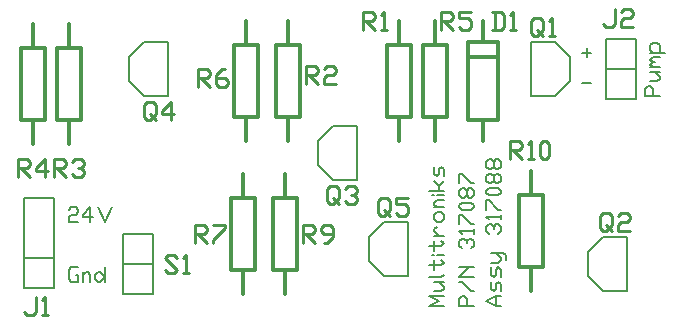
<source format=gto>
*%FSLAX23Y23*%
*%MOIN*%
G01*
%ADD11C,0.052*%
%ADD12C,0.240*%
%ADD13C,0.040*%
%ADD14C,0.062*%
%ADD15C,0.012*%
%ADD16C,0.014*%
%ADD17C,0.008*%
%ADD18C,0.070*%
%ADD19C,0.010*%
%ADD20R,0.062X0.062*%
%ADD21R,0.070X0.070*%
%ADD22O,0.060X0.040*%
D15*
X230Y680D02*
X230Y680D01*
X230Y760D01*
X190Y760D02*
X190Y760D01*
X270Y760D01*
X270Y760D02*
X270Y760D01*
X270Y1000D01*
X270Y1000D02*
X270Y1000D01*
X190Y1000D01*
X190Y1000D02*
X190Y1000D01*
X190Y760D01*
X310Y760D02*
X310Y760D01*
X390Y760D01*
X390Y760D02*
X390Y760D01*
X390Y1000D01*
X390Y1000D02*
X390Y1000D01*
X310Y1000D01*
X310Y1000D02*
X310Y1000D01*
X310Y760D01*
X350Y760D02*
X350Y760D01*
X350Y680D01*
X350Y1000D02*
X350Y1000D01*
X350Y1080D01*
X230Y1080D02*
X230Y1080D01*
X230Y1000D01*
X900Y1010D02*
X900Y1010D01*
X900Y770D01*
X900Y770D02*
X900Y770D01*
X980Y770D01*
X980Y770D02*
X980Y770D01*
X980Y1010D01*
X980Y1010D02*
X980Y1010D01*
X900Y1010D01*
X940Y1010D02*
X940Y1010D01*
X940Y1090D01*
X1040Y1010D02*
X1040Y1010D01*
X1040Y770D01*
X1040Y770D02*
X1040Y770D01*
X1120Y770D01*
X1120Y770D02*
X1120Y770D01*
X1120Y1010D01*
X1120Y1010D02*
X1120Y1010D01*
X1040Y1010D01*
X1080Y1010D02*
X1080Y1010D01*
X1080Y1090D01*
X1080Y770D02*
X1080Y770D01*
X1080Y690D01*
X1070Y580D02*
X1070Y580D01*
X1070Y500D01*
X1030Y500D02*
X1030Y500D01*
X1030Y260D01*
X1030Y260D02*
X1030Y260D01*
X1110Y260D01*
X1110Y260D02*
X1110Y260D01*
X1110Y500D01*
X1110Y500D02*
X1110Y500D01*
X1030Y500D01*
X970Y500D02*
X970Y500D01*
X970Y260D01*
X970Y260D02*
X970Y260D01*
X890Y260D01*
X890Y260D02*
X890Y260D01*
X890Y500D01*
X890Y500D02*
X890Y500D01*
X970Y500D01*
X930Y500D02*
X930Y500D01*
X930Y580D01*
X940Y690D02*
X940Y690D01*
X940Y770D01*
X1410Y770D02*
X1410Y770D01*
X1410Y1010D01*
X1410Y1010D02*
X1410Y1010D01*
X1490Y1010D01*
X1490Y1010D02*
X1490Y1010D01*
X1490Y770D01*
X1490Y770D02*
X1490Y770D01*
X1410Y770D01*
X1450Y770D02*
X1450Y770D01*
X1450Y690D01*
X1530Y770D02*
X1530Y770D01*
X1530Y1010D01*
X1530Y1010D02*
X1530Y1010D01*
X1610Y1010D01*
X1610Y1010D02*
X1610Y1010D01*
X1610Y770D01*
X1610Y770D02*
X1610Y770D01*
X1530Y770D01*
X1570Y770D02*
X1570Y770D01*
X1570Y690D01*
X1680Y760D02*
X1680Y760D01*
X1780Y760D01*
X1780Y760D02*
X1780Y760D01*
X1780Y1020D01*
X1780Y1020D02*
X1780Y1020D01*
X1680Y1020D01*
X1680Y1020D02*
X1680Y1020D01*
X1680Y760D01*
X1730Y760D02*
X1730Y760D01*
X1730Y690D01*
X1890Y590D02*
X1890Y590D01*
X1890Y510D01*
X1930Y510D02*
X1930Y510D01*
X1930Y270D01*
X1930Y270D02*
X1930Y270D01*
X1850Y270D01*
X1850Y270D02*
X1850Y270D01*
X1850Y510D01*
X1850Y510D02*
X1850Y510D01*
X1930Y510D01*
X1780Y970D02*
X1780Y970D01*
X1680Y970D01*
X1730Y1020D02*
X1730Y1020D01*
X1730Y1090D01*
X1570Y1090D02*
X1570Y1090D01*
X1570Y1010D01*
X1450Y1010D02*
X1450Y1010D01*
X1450Y1090D01*
X930Y260D02*
X930Y260D01*
X930Y180D01*
X1070Y180D02*
X1070Y180D01*
X1070Y260D01*
X1890Y270D02*
X1890Y270D01*
X1890Y190D01*
D17*
X1790Y140D02*
X1790Y140D01*
X1774Y140D01*
X1774Y140D02*
X1742Y156D01*
X1774Y172D02*
X1742Y156D01*
X1774Y172D02*
X1774Y140D01*
X1774Y172D02*
X1774Y140D01*
X1790Y172D02*
X1774Y172D01*
X1790Y188D02*
X1790Y188D01*
X1790Y212D01*
X1790Y212D02*
X1782Y220D01*
X1782Y220D02*
X1774Y212D01*
X1774Y196D02*
X1774Y212D01*
X1774Y196D02*
X1766Y188D01*
X1766Y188D02*
X1758Y196D01*
X1758Y196D02*
X1758Y220D01*
X1790Y236D02*
X1790Y236D01*
X1790Y260D01*
X1790Y260D02*
X1782Y268D01*
X1782Y268D02*
X1774Y260D01*
X1774Y244D02*
X1774Y260D01*
X1774Y244D02*
X1766Y236D01*
X1766Y236D02*
X1758Y244D01*
X1758Y244D02*
X1758Y268D01*
X1782Y284D02*
X1782Y284D01*
X1758Y284D01*
X1790Y292D02*
X1782Y284D01*
X1790Y292D02*
X1790Y300D01*
X1790Y300D02*
X1774Y316D01*
X1774Y316D02*
X1758Y316D01*
X1798Y316D02*
X1758Y316D01*
X1806Y308D02*
X1798Y316D01*
X1806Y292D02*
X1806Y308D01*
X1750Y380D02*
X1750Y380D01*
X1742Y388D01*
X1742Y388D02*
X1742Y404D01*
X1742Y404D02*
X1750Y412D01*
X1758Y412D02*
X1750Y412D01*
X1766Y404D02*
X1758Y412D01*
X1766Y396D02*
X1766Y404D01*
X1766Y396D02*
X1766Y404D01*
X1766Y404D02*
X1774Y412D01*
X1782Y412D02*
X1774Y412D01*
X1790Y404D02*
X1782Y412D01*
X1790Y388D02*
X1790Y404D01*
X1782Y380D02*
X1790Y388D01*
X1750Y428D02*
X1750Y428D01*
X1742Y436D01*
X1790Y436D02*
X1742Y436D01*
X1790Y428D02*
X1790Y436D01*
X1790Y428D02*
X1790Y444D01*
X1742Y460D02*
X1742Y460D01*
X1742Y492D01*
X1750Y492D02*
X1742Y492D01*
X1782Y460D02*
X1750Y492D01*
X1790Y460D02*
X1782Y460D01*
X1782Y508D02*
X1782Y508D01*
X1790Y516D01*
X1782Y508D02*
X1750Y508D01*
X1750Y508D02*
X1742Y516D01*
X1742Y516D02*
X1742Y524D01*
X1742Y524D02*
X1750Y532D01*
X1782Y532D02*
X1750Y532D01*
X1790Y524D02*
X1782Y532D01*
X1790Y516D02*
X1790Y524D01*
X1782Y548D02*
X1782Y548D01*
X1790Y556D01*
X1782Y548D02*
X1774Y548D01*
X1774Y548D02*
X1766Y556D01*
X1766Y556D02*
X1766Y572D01*
X1766Y572D02*
X1758Y580D01*
X1758Y580D02*
X1750Y580D01*
X1742Y572D02*
X1750Y580D01*
X1742Y556D02*
X1742Y572D01*
X1750Y548D02*
X1742Y556D01*
X1758Y548D02*
X1750Y548D01*
X1758Y548D02*
X1766Y556D01*
X1766Y556D02*
X1766Y572D01*
X1766Y572D02*
X1774Y580D01*
X1782Y580D02*
X1774Y580D01*
X1790Y572D02*
X1782Y580D01*
X1790Y556D02*
X1790Y572D01*
X1782Y596D02*
X1782Y596D01*
X1790Y604D01*
X1782Y596D02*
X1774Y596D01*
X1774Y596D02*
X1766Y604D01*
X1766Y604D02*
X1766Y620D01*
X1766Y620D02*
X1758Y628D01*
X1758Y628D02*
X1750Y628D01*
X1742Y620D02*
X1750Y628D01*
X1742Y604D02*
X1742Y620D01*
X1750Y596D02*
X1742Y604D01*
X1758Y596D02*
X1750Y596D01*
X1758Y596D02*
X1766Y604D01*
X1766Y604D02*
X1766Y620D01*
X1766Y620D02*
X1774Y628D01*
X1782Y628D02*
X1774Y628D01*
X1790Y620D02*
X1782Y628D01*
X1790Y604D02*
X1790Y620D01*
X1890Y840D02*
X1890Y840D01*
X1970Y840D01*
X1970Y840D02*
X1970Y840D01*
X2020Y890D01*
X2020Y890D02*
X2020Y890D01*
X2020Y970D01*
X2020Y970D02*
X2020Y970D01*
X1970Y1020D01*
X1970Y1020D02*
X1970Y1020D01*
X1890Y1020D01*
X1890Y1020D02*
X1890Y1020D01*
X1890Y840D01*
X2060Y884D02*
X2060Y884D01*
X2092Y884D01*
X2140Y930D02*
X2140Y930D01*
X2240Y930D01*
X2240Y830D02*
X2240Y830D01*
X2140Y830D01*
X2140Y830D02*
X2140Y830D01*
X2140Y1030D01*
X2140Y1030D02*
X2140Y1030D01*
X2240Y1030D01*
X2240Y1030D02*
X2240Y1030D01*
X2240Y830D01*
X2272Y840D02*
X2272Y840D01*
X2320Y840D01*
X2272Y840D02*
X2272Y864D01*
X2272Y864D02*
X2280Y872D01*
X2280Y872D02*
X2288Y872D01*
X2288Y872D02*
X2296Y864D01*
X2296Y840D02*
X2296Y864D01*
X2296Y840D02*
X2320Y840D01*
X2288Y888D02*
X2288Y888D01*
X2312Y888D01*
X2312Y888D02*
X2320Y896D01*
X2320Y896D02*
X2320Y904D01*
X2320Y904D02*
X2304Y920D01*
X2288Y920D02*
X2304Y920D01*
X2288Y920D02*
X2320Y920D01*
X2288Y936D02*
X2288Y936D01*
X2320Y936D01*
X2288Y936D02*
X2296Y936D01*
X2296Y936D02*
X2288Y944D01*
X2288Y944D02*
X2296Y952D01*
X2296Y952D02*
X2304Y952D01*
X2296Y952D02*
X2304Y952D01*
X2296Y952D02*
X2288Y960D01*
X2288Y960D02*
X2296Y968D01*
X2296Y968D02*
X2320Y968D01*
X2320Y984D02*
X2320Y984D01*
X2336Y984D01*
X2288Y984D02*
X2336Y984D01*
X2288Y984D02*
X2296Y984D01*
X2296Y984D02*
X2288Y992D01*
X2288Y992D02*
X2288Y1008D01*
X2288Y1008D02*
X2296Y1016D01*
X2296Y1016D02*
X2312Y1016D01*
X2320Y1008D02*
X2312Y1016D01*
X2320Y984D02*
X2320Y1008D01*
X2076Y1000D02*
X2076Y1000D01*
X2076Y968D01*
X2092Y984D02*
X2092Y984D01*
X2060Y984D01*
X2130Y370D02*
X2130Y370D01*
X2210Y370D01*
X2210Y370D02*
X2210Y370D01*
X2210Y190D01*
X2210Y190D02*
X2210Y190D01*
X2130Y190D01*
X2130Y190D02*
X2130Y190D01*
X2080Y240D01*
X2080Y240D02*
X2080Y240D01*
X2080Y320D01*
X2080Y320D02*
X2080Y320D01*
X2130Y370D01*
X1700Y140D02*
X1700Y140D01*
X1652Y140D01*
X1652Y164D02*
X1652Y140D01*
X1660Y172D02*
X1652Y164D01*
X1668Y172D02*
X1660Y172D01*
X1676Y164D02*
X1668Y172D01*
X1676Y164D02*
X1676Y140D01*
X1700Y140D02*
X1676Y140D01*
X1700Y188D02*
X1700Y188D01*
X1692Y188D01*
X1692Y188D02*
X1660Y220D01*
X1660Y220D02*
X1652Y220D01*
X1700Y236D02*
X1700Y236D01*
X1652Y236D01*
X1684Y268D02*
X1652Y236D01*
X1684Y268D02*
X1652Y268D01*
X1700Y268D02*
X1652Y268D01*
X1660Y332D02*
X1660Y332D01*
X1652Y340D01*
X1652Y356D02*
X1652Y340D01*
X1660Y364D02*
X1652Y356D01*
X1668Y364D02*
X1660Y364D01*
X1676Y356D02*
X1668Y364D01*
X1676Y356D02*
X1676Y348D01*
X1676Y356D02*
X1676Y348D01*
X1684Y364D02*
X1676Y356D01*
X1692Y364D02*
X1684Y364D01*
X1700Y356D02*
X1692Y364D01*
X1700Y356D02*
X1700Y340D01*
X1700Y340D02*
X1692Y332D01*
X1660Y380D02*
X1660Y380D01*
X1652Y388D01*
X1700Y388D02*
X1652Y388D01*
X1700Y380D02*
X1700Y388D01*
X1700Y380D02*
X1700Y396D01*
X1652Y412D02*
X1652Y412D01*
X1652Y444D01*
X1660Y444D02*
X1652Y444D01*
X1692Y412D02*
X1660Y444D01*
X1700Y412D02*
X1692Y412D01*
X1700Y468D02*
X1700Y468D01*
X1692Y460D01*
X1692Y460D02*
X1660Y460D01*
X1660Y460D02*
X1652Y468D01*
X1652Y468D02*
X1652Y476D01*
X1660Y484D02*
X1652Y476D01*
X1692Y484D02*
X1660Y484D01*
X1700Y476D02*
X1692Y484D01*
X1700Y468D02*
X1700Y476D01*
X1700Y508D02*
X1700Y508D01*
X1692Y500D01*
X1692Y500D02*
X1684Y500D01*
X1684Y500D02*
X1676Y508D01*
X1676Y508D02*
X1676Y524D01*
X1676Y524D02*
X1668Y532D01*
X1668Y532D02*
X1660Y532D01*
X1660Y532D02*
X1652Y524D01*
X1652Y508D02*
X1652Y524D01*
X1660Y500D02*
X1652Y508D01*
X1668Y500D02*
X1660Y500D01*
X1676Y508D02*
X1668Y500D01*
X1676Y508D02*
X1676Y524D01*
X1684Y532D02*
X1676Y524D01*
X1692Y532D02*
X1684Y532D01*
X1700Y524D02*
X1692Y532D01*
X1700Y508D02*
X1700Y524D01*
X1652Y548D02*
X1652Y548D01*
X1652Y580D01*
X1660Y580D02*
X1652Y580D01*
X1692Y548D02*
X1660Y580D01*
X1700Y548D02*
X1692Y548D01*
X1480Y420D02*
X1480Y420D01*
X1400Y420D01*
X1400Y420D02*
X1400Y420D01*
X1350Y370D01*
X1350Y370D02*
X1350Y370D01*
X1350Y290D01*
X1350Y290D02*
X1350Y290D01*
X1400Y240D01*
X1400Y240D02*
X1400Y240D01*
X1480Y240D01*
X1480Y240D02*
X1480Y240D01*
X1480Y420D01*
X1310Y560D02*
X1310Y560D01*
X1310Y740D01*
X1310Y740D02*
X1310Y740D01*
X1230Y740D01*
X1230Y740D02*
X1230Y740D01*
X1180Y690D01*
X1180Y690D02*
X1180Y690D01*
X1180Y610D01*
X1180Y610D02*
X1180Y610D01*
X1230Y560D01*
X1230Y560D02*
X1230Y560D01*
X1310Y560D01*
X1552Y140D02*
X1552Y140D01*
X1600Y140D01*
X1552Y140D02*
X1584Y156D01*
X1552Y172D02*
X1584Y156D01*
X1552Y172D02*
X1600Y172D01*
X1568Y188D02*
X1568Y188D01*
X1592Y188D01*
X1600Y196D02*
X1592Y188D01*
X1600Y204D02*
X1600Y196D01*
X1584Y220D02*
X1600Y204D01*
X1568Y220D02*
X1584Y220D01*
X1568Y220D02*
X1600Y220D01*
X1552Y236D02*
X1552Y236D01*
X1592Y236D01*
X1600Y244D02*
X1592Y236D01*
X1568Y292D02*
X1568Y292D01*
X1568Y260D01*
X1552Y276D02*
X1552Y276D01*
X1592Y276D01*
X1592Y276D02*
X1600Y284D01*
X1592Y292D02*
X1600Y284D01*
X1576Y308D02*
X1576Y308D01*
X1600Y308D01*
X1560Y308D02*
X1560Y308D01*
X1568Y308D01*
X1568Y356D02*
X1568Y356D01*
X1568Y324D01*
X1552Y340D02*
X1552Y340D01*
X1592Y340D01*
X1592Y340D02*
X1600Y348D01*
X1592Y356D02*
X1600Y348D01*
X1568Y372D02*
X1568Y372D01*
X1600Y372D01*
X1568Y372D02*
X1584Y372D01*
X1568Y388D02*
X1584Y372D01*
X1568Y396D02*
X1568Y388D01*
X1568Y396D02*
X1576Y404D01*
X1600Y444D02*
X1600Y444D01*
X1600Y428D01*
X1592Y420D02*
X1600Y428D01*
X1576Y420D02*
X1592Y420D01*
X1568Y428D02*
X1576Y420D01*
X1568Y444D02*
X1568Y428D01*
X1568Y444D02*
X1576Y452D01*
X1576Y452D02*
X1592Y452D01*
X1592Y452D02*
X1600Y444D01*
X1568Y468D02*
X1568Y468D01*
X1600Y468D01*
X1568Y468D02*
X1576Y468D01*
X1568Y476D02*
X1576Y468D01*
X1568Y484D02*
X1568Y476D01*
X1568Y484D02*
X1576Y492D01*
X1576Y492D02*
X1600Y492D01*
X1576Y508D02*
X1576Y508D01*
X1600Y508D01*
X1560Y508D02*
X1560Y508D01*
X1568Y508D01*
X1552Y524D02*
X1552Y524D01*
X1600Y524D01*
X1552Y524D02*
X1584Y524D01*
X1584Y540D02*
X1584Y524D01*
X1568Y556D02*
X1584Y540D01*
X1568Y556D02*
X1584Y540D01*
X1584Y540D02*
X1600Y556D01*
X1600Y572D02*
X1600Y572D01*
X1600Y596D01*
X1592Y604D02*
X1600Y596D01*
X1584Y596D02*
X1592Y604D01*
X1584Y580D02*
X1584Y596D01*
X1576Y572D02*
X1584Y580D01*
X1568Y580D02*
X1576Y572D01*
X1568Y580D02*
X1568Y604D01*
X680Y840D02*
X680Y840D01*
X600Y840D01*
X600Y840D02*
X600Y840D01*
X550Y890D01*
X550Y890D02*
X550Y890D01*
X550Y970D01*
X550Y970D02*
X550Y970D01*
X600Y1020D01*
X600Y1020D02*
X600Y1020D01*
X680Y1020D01*
X680Y1020D02*
X680Y1020D01*
X680Y840D01*
X630Y380D02*
X630Y380D01*
X630Y180D01*
X630Y180D02*
X630Y180D01*
X530Y180D01*
X530Y180D02*
X530Y180D01*
X530Y380D01*
X530Y380D02*
X530Y380D01*
X630Y380D01*
X630Y280D02*
X630Y280D01*
X530Y280D01*
X382Y244D02*
X382Y244D01*
X374Y244D01*
X382Y244D02*
X382Y220D01*
X382Y220D02*
X358Y220D01*
X358Y220D02*
X350Y228D01*
X350Y260D02*
X350Y228D01*
X358Y268D02*
X350Y260D01*
X382Y268D02*
X358Y268D01*
X398Y252D02*
X398Y252D01*
X398Y220D01*
X398Y252D02*
X398Y244D01*
X406Y252D02*
X398Y244D01*
X414Y252D02*
X406Y252D01*
X422Y244D02*
X414Y252D01*
X422Y244D02*
X422Y220D01*
X470Y236D02*
X470Y236D01*
X454Y220D01*
X454Y220D02*
X446Y220D01*
X446Y220D02*
X438Y228D01*
X438Y244D02*
X438Y228D01*
X446Y252D02*
X438Y244D01*
X454Y252D02*
X446Y252D01*
X470Y236D02*
X454Y252D01*
X470Y268D02*
X470Y236D01*
X470Y268D02*
X470Y220D01*
X300Y200D02*
X300Y200D01*
X200Y200D01*
X200Y200D02*
X200Y200D01*
X200Y500D01*
X200Y500D02*
X200Y500D01*
X300Y500D01*
X300Y500D02*
X300Y500D01*
X300Y200D01*
X300Y300D02*
X300Y300D01*
X200Y300D01*
X350Y460D02*
X350Y460D01*
X358Y468D01*
X358Y468D02*
X374Y468D01*
X374Y468D02*
X382Y460D01*
X382Y452D02*
X382Y460D01*
X374Y444D02*
X382Y452D01*
X358Y444D02*
X374Y444D01*
X350Y436D02*
X358Y444D01*
X350Y420D02*
X350Y436D01*
X350Y420D02*
X382Y420D01*
X398Y436D02*
X398Y436D01*
X430Y436D01*
X398Y436D02*
X398Y444D01*
X398Y444D02*
X422Y468D01*
X422Y420D02*
X422Y468D01*
X470Y420D02*
X470Y420D01*
X446Y468D01*
X470Y420D02*
X494Y468D01*
D19*
X300Y570D02*
X300Y570D01*
X300Y630D01*
X330Y630D02*
X300Y630D01*
X340Y620D02*
X330Y630D01*
X340Y610D02*
X340Y620D01*
X340Y610D02*
X330Y600D01*
X330Y600D02*
X300Y600D01*
X310Y600D02*
X300Y600D01*
X340Y570D02*
X310Y600D01*
X360Y620D02*
X360Y620D01*
X370Y630D01*
X390Y630D02*
X370Y630D01*
X400Y620D02*
X390Y630D01*
X400Y610D02*
X400Y620D01*
X390Y600D02*
X400Y610D01*
X390Y600D02*
X380Y600D01*
X390Y600D02*
X380Y600D01*
X400Y590D02*
X390Y600D01*
X400Y580D02*
X400Y590D01*
X390Y570D02*
X400Y580D01*
X390Y570D02*
X370Y570D01*
X370Y570D02*
X360Y580D01*
X180Y570D02*
X180Y570D01*
X180Y630D01*
X210Y630D02*
X180Y630D01*
X220Y620D02*
X210Y630D01*
X220Y610D02*
X220Y620D01*
X220Y610D02*
X210Y600D01*
X210Y600D02*
X180Y600D01*
X190Y600D02*
X180Y600D01*
X220Y570D02*
X190Y600D01*
X280Y590D02*
X280Y590D01*
X240Y590D01*
X240Y590D02*
X240Y600D01*
X270Y630D02*
X240Y600D01*
X270Y570D02*
X270Y630D01*
X620Y780D02*
X620Y780D01*
X630Y770D01*
X620Y760D02*
X630Y770D01*
X610Y760D02*
X620Y760D01*
X600Y770D02*
X610Y760D01*
X600Y770D02*
X600Y810D01*
X600Y810D02*
X610Y820D01*
X610Y820D02*
X630Y820D01*
X630Y820D02*
X640Y810D01*
X640Y780D02*
X640Y810D01*
X630Y770D02*
X640Y780D01*
X630Y770D02*
X640Y760D01*
X660Y780D02*
X660Y780D01*
X700Y780D01*
X660Y780D02*
X660Y790D01*
X660Y790D02*
X690Y820D01*
X690Y760D02*
X690Y820D01*
X780Y870D02*
X780Y870D01*
X780Y930D01*
X780Y930D02*
X810Y930D01*
X810Y930D02*
X820Y920D01*
X820Y910D02*
X820Y920D01*
X810Y900D02*
X820Y910D01*
X780Y900D02*
X810Y900D01*
X780Y900D02*
X790Y900D01*
X790Y900D02*
X820Y870D01*
X840Y900D02*
X840Y900D01*
X870Y900D01*
X870Y900D02*
X880Y890D01*
X880Y880D02*
X880Y890D01*
X870Y870D02*
X880Y880D01*
X850Y870D02*
X870Y870D01*
X840Y880D02*
X850Y870D01*
X840Y880D02*
X840Y910D01*
X840Y910D02*
X860Y930D01*
X860Y930D02*
X870Y930D01*
X1140Y940D02*
X1140Y940D01*
X1140Y880D01*
X1140Y940D02*
X1170Y940D01*
X1170Y940D02*
X1180Y930D01*
X1180Y930D02*
X1180Y920D01*
X1170Y910D02*
X1180Y920D01*
X1140Y910D02*
X1170Y910D01*
X1140Y910D02*
X1150Y910D01*
X1150Y910D02*
X1180Y880D01*
X1200Y930D02*
X1200Y930D01*
X1210Y940D01*
X1210Y940D02*
X1230Y940D01*
X1230Y940D02*
X1240Y930D01*
X1240Y930D02*
X1240Y920D01*
X1230Y910D02*
X1240Y920D01*
X1210Y910D02*
X1230Y910D01*
X1200Y900D02*
X1210Y910D01*
X1200Y900D02*
X1200Y880D01*
X1200Y880D02*
X1240Y880D01*
X1230Y500D02*
X1230Y500D01*
X1240Y490D01*
X1240Y490D02*
X1230Y480D01*
X1230Y480D02*
X1220Y480D01*
X1210Y490D02*
X1220Y480D01*
X1210Y530D02*
X1210Y490D01*
X1220Y540D02*
X1210Y530D01*
X1240Y540D02*
X1220Y540D01*
X1240Y540D02*
X1250Y530D01*
X1250Y530D02*
X1250Y500D01*
X1250Y500D02*
X1240Y490D01*
X1240Y490D02*
X1250Y480D01*
X1280Y540D02*
X1280Y540D01*
X1270Y530D01*
X1280Y540D02*
X1300Y540D01*
X1300Y540D02*
X1310Y530D01*
X1310Y530D02*
X1310Y520D01*
X1310Y520D02*
X1300Y510D01*
X1290Y510D02*
X1300Y510D01*
X1290Y510D02*
X1300Y510D01*
X1300Y510D02*
X1310Y500D01*
X1310Y500D02*
X1310Y490D01*
X1310Y490D02*
X1300Y480D01*
X1280Y480D02*
X1300Y480D01*
X1270Y490D02*
X1280Y480D01*
X1400Y460D02*
X1400Y460D01*
X1410Y450D01*
X1400Y440D02*
X1410Y450D01*
X1390Y440D02*
X1400Y440D01*
X1380Y450D02*
X1390Y440D01*
X1380Y490D02*
X1380Y450D01*
X1380Y490D02*
X1390Y500D01*
X1390Y500D02*
X1410Y500D01*
X1410Y500D02*
X1420Y490D01*
X1420Y490D02*
X1420Y460D01*
X1410Y450D02*
X1420Y460D01*
X1410Y450D02*
X1420Y440D01*
X1440Y450D02*
X1440Y450D01*
X1450Y440D01*
X1450Y440D02*
X1470Y440D01*
X1470Y440D02*
X1480Y450D01*
X1480Y470D02*
X1480Y450D01*
X1470Y480D02*
X1480Y470D01*
X1440Y480D02*
X1470Y480D01*
X1440Y480D02*
X1440Y500D01*
X1440Y500D02*
X1480Y500D01*
X1820Y630D02*
X1820Y630D01*
X1820Y690D01*
X1820Y690D02*
X1850Y690D01*
X1850Y690D02*
X1860Y680D01*
X1860Y670D02*
X1860Y680D01*
X1850Y660D02*
X1860Y670D01*
X1820Y660D02*
X1850Y660D01*
X1820Y660D02*
X1830Y660D01*
X1830Y660D02*
X1860Y630D01*
X1880Y680D02*
X1880Y680D01*
X1890Y690D01*
X1890Y630D02*
X1890Y690D01*
X1880Y630D02*
X1890Y630D01*
X1880Y630D02*
X1900Y630D01*
X1920Y640D02*
X1920Y640D01*
X1930Y630D01*
X1920Y640D02*
X1920Y680D01*
X1920Y680D02*
X1930Y690D01*
X1930Y690D02*
X1940Y690D01*
X1940Y690D02*
X1950Y680D01*
X1950Y640D02*
X1950Y680D01*
X1940Y630D02*
X1950Y640D01*
X1930Y630D02*
X1940Y630D01*
X1920Y1050D02*
X1920Y1050D01*
X1910Y1060D01*
X1910Y1040D02*
X1920Y1050D01*
X1910Y1040D02*
X1900Y1040D01*
X1900Y1040D02*
X1890Y1050D01*
X1890Y1050D02*
X1890Y1090D01*
X1890Y1090D02*
X1900Y1100D01*
X1920Y1100D02*
X1900Y1100D01*
X1930Y1090D02*
X1920Y1100D01*
X1930Y1060D02*
X1930Y1090D01*
X1920Y1050D02*
X1930Y1060D01*
X1930Y1040D02*
X1920Y1050D01*
X1950Y1090D02*
X1950Y1090D01*
X1960Y1100D01*
X1960Y1040D02*
X1960Y1100D01*
X1950Y1040D02*
X1960Y1040D01*
X1950Y1040D02*
X1970Y1040D01*
X2130Y1080D02*
X2130Y1080D01*
X2140Y1070D01*
X2140Y1070D02*
X2160Y1070D01*
X2160Y1070D02*
X2170Y1080D01*
X2170Y1080D02*
X2170Y1130D01*
X2190Y1120D02*
X2190Y1120D01*
X2200Y1130D01*
X2200Y1130D02*
X2220Y1130D01*
X2220Y1130D02*
X2230Y1120D01*
X2230Y1110D02*
X2230Y1120D01*
X2220Y1100D02*
X2230Y1110D01*
X2200Y1100D02*
X2220Y1100D01*
X2190Y1090D02*
X2200Y1100D01*
X2190Y1070D02*
X2190Y1090D01*
X2190Y1070D02*
X2230Y1070D01*
X1790Y1060D02*
X1790Y1060D01*
X1760Y1060D01*
X1800Y1070D02*
X1790Y1060D01*
X1800Y1070D02*
X1800Y1110D01*
X1800Y1110D02*
X1790Y1120D01*
X1790Y1120D02*
X1760Y1120D01*
X1770Y1120D02*
X1760Y1120D01*
X1770Y1060D02*
X1770Y1120D01*
X1830Y1120D02*
X1830Y1120D01*
X1820Y1110D01*
X1830Y1060D02*
X1830Y1120D01*
X1830Y1060D02*
X1820Y1060D01*
X1840Y1060D02*
X1820Y1060D01*
X1590Y1060D02*
X1590Y1060D01*
X1590Y1120D01*
X1620Y1120D02*
X1590Y1120D01*
X1630Y1110D02*
X1620Y1120D01*
X1630Y1100D02*
X1630Y1110D01*
X1630Y1100D02*
X1620Y1090D01*
X1620Y1090D02*
X1590Y1090D01*
X1600Y1090D02*
X1590Y1090D01*
X1630Y1060D02*
X1600Y1090D01*
X1660Y1060D02*
X1660Y1060D01*
X1650Y1070D01*
X1680Y1060D02*
X1660Y1060D01*
X1690Y1070D02*
X1680Y1060D01*
X1690Y1070D02*
X1690Y1090D01*
X1690Y1090D02*
X1680Y1100D01*
X1680Y1100D02*
X1650Y1100D01*
X1650Y1100D02*
X1650Y1120D01*
X1690Y1120D02*
X1650Y1120D01*
X1330Y1120D02*
X1330Y1120D01*
X1330Y1060D01*
X1360Y1120D02*
X1330Y1120D01*
X1370Y1110D02*
X1360Y1120D01*
X1370Y1110D02*
X1370Y1100D01*
X1370Y1100D02*
X1360Y1090D01*
X1360Y1090D02*
X1330Y1090D01*
X1340Y1090D02*
X1330Y1090D01*
X1370Y1060D02*
X1340Y1090D01*
X1400Y1120D02*
X1400Y1120D01*
X1390Y1110D01*
X1400Y1120D02*
X1400Y1060D01*
X1400Y1060D02*
X1390Y1060D01*
X1410Y1060D02*
X1390Y1060D01*
X1130Y410D02*
X1130Y410D01*
X1130Y350D01*
X1160Y410D02*
X1130Y410D01*
X1160Y410D02*
X1170Y400D01*
X1170Y400D02*
X1170Y390D01*
X1170Y390D02*
X1160Y380D01*
X1160Y380D02*
X1130Y380D01*
X1140Y380D02*
X1130Y380D01*
X1140Y380D02*
X1170Y350D01*
X1210Y350D02*
X1210Y350D01*
X1200Y350D01*
X1230Y370D02*
X1210Y350D01*
X1230Y400D02*
X1230Y370D01*
X1220Y410D02*
X1230Y400D01*
X1220Y410D02*
X1200Y410D01*
X1200Y410D02*
X1190Y400D01*
X1190Y400D02*
X1190Y390D01*
X1190Y390D02*
X1200Y380D01*
X1230Y380D02*
X1200Y380D01*
X770Y350D02*
X770Y350D01*
X770Y410D01*
X800Y410D02*
X770Y410D01*
X810Y400D02*
X800Y410D01*
X810Y390D02*
X810Y400D01*
X810Y390D02*
X800Y380D01*
X800Y380D02*
X770Y380D01*
X780Y380D02*
X770Y380D01*
X810Y350D02*
X780Y380D01*
X870Y410D02*
X870Y410D01*
X830Y410D01*
X870Y400D02*
X870Y410D01*
X870Y400D02*
X830Y360D01*
X830Y360D02*
X830Y350D01*
X680Y250D02*
X680Y250D01*
X670Y260D01*
X700Y250D02*
X680Y250D01*
X710Y260D02*
X700Y250D01*
X710Y260D02*
X670Y300D01*
X680Y310D02*
X670Y300D01*
X700Y310D02*
X680Y310D01*
X710Y300D02*
X700Y310D01*
X740Y310D02*
X740Y310D01*
X730Y300D01*
X740Y310D02*
X740Y250D01*
X740Y250D02*
X730Y250D01*
X750Y250D02*
X730Y250D01*
X210Y110D02*
X210Y110D01*
X200Y120D01*
X230Y110D02*
X210Y110D01*
X240Y120D02*
X230Y110D01*
X240Y170D02*
X240Y120D01*
X270Y170D02*
X270Y170D01*
X260Y160D01*
X270Y170D02*
X270Y110D01*
X270Y110D02*
X260Y110D01*
X280Y110D02*
X260Y110D01*
X2140Y410D02*
X2140Y410D01*
X2150Y400D01*
X2140Y390D02*
X2150Y400D01*
X2130Y390D02*
X2140Y390D01*
X2120Y400D02*
X2130Y390D01*
X2120Y400D02*
X2120Y440D01*
X2120Y440D02*
X2130Y450D01*
X2130Y450D02*
X2150Y450D01*
X2150Y450D02*
X2160Y440D01*
X2160Y410D02*
X2160Y440D01*
X2150Y400D02*
X2160Y410D01*
X2150Y400D02*
X2160Y390D01*
X2180Y440D02*
X2180Y440D01*
X2190Y450D01*
X2190Y450D02*
X2210Y450D01*
X2210Y450D02*
X2220Y440D01*
X2220Y430D02*
X2220Y440D01*
X2210Y420D02*
X2220Y430D01*
X2190Y420D02*
X2210Y420D01*
X2180Y410D02*
X2190Y420D01*
X2180Y390D02*
X2180Y410D01*
X2180Y390D02*
X2220Y390D01*
D02*
M02*

</source>
